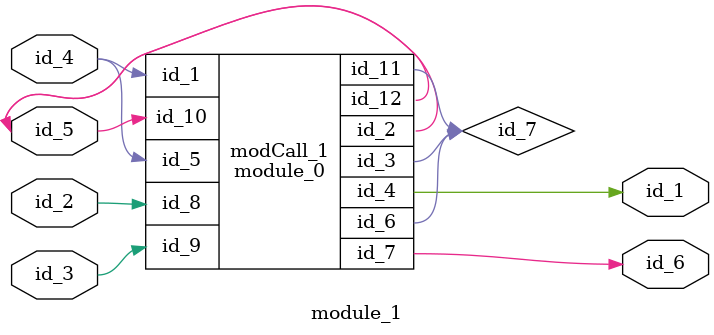
<source format=v>
module module_0 (
    id_1,
    id_2,
    id_3,
    id_4,
    id_5,
    id_6,
    id_7,
    id_8,
    id_9,
    id_10,
    id_11,
    id_12
);
  output wire id_12;
  inout wire id_11;
  input wire id_10;
  input wire id_9;
  input wire id_8;
  output wire id_7;
  inout wire id_6;
  input wire id_5;
  output wire id_4;
  output wire id_3;
  inout wire id_2;
  input wire id_1;
  wire id_13;
  wire id_14;
endmodule
module module_1 (
    id_1,
    id_2,
    id_3,
    id_4,
    id_5,
    id_6
);
  output wire id_6;
  inout wire id_5;
  input wire id_4;
  input wire id_3;
  input wire id_2;
  output wire id_1;
  wire id_7;
  module_0 modCall_1 (
      id_4,
      id_5,
      id_7,
      id_1,
      id_4,
      id_7,
      id_6,
      id_2,
      id_3,
      id_5,
      id_7,
      id_5
  );
endmodule

</source>
